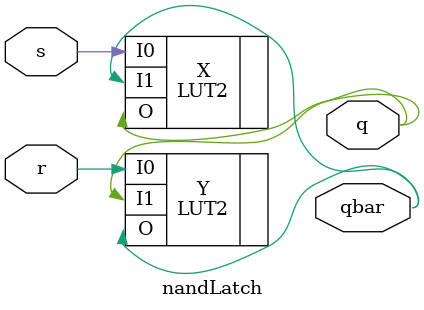
<source format=v>
module nandLatch(s,r,q,qbar);

	input s,r;
	output q,qbar;
	
	
	(*KEEP_HIERARCHY = "TRUE"*)
    LUT2 #(.INIT(4'b0111)) X(
        .O(q), 
        .I0(s),
		  .I1(qbar)
    );
	 
	 (*KEEP_HIERARCHY = "TRUE"*)
    LUT2 #(.INIT(4'b0111)) Y(
        .O(qbar), 
        .I0(r),
		  .I1(q)
    );
	 
endmodule

</source>
